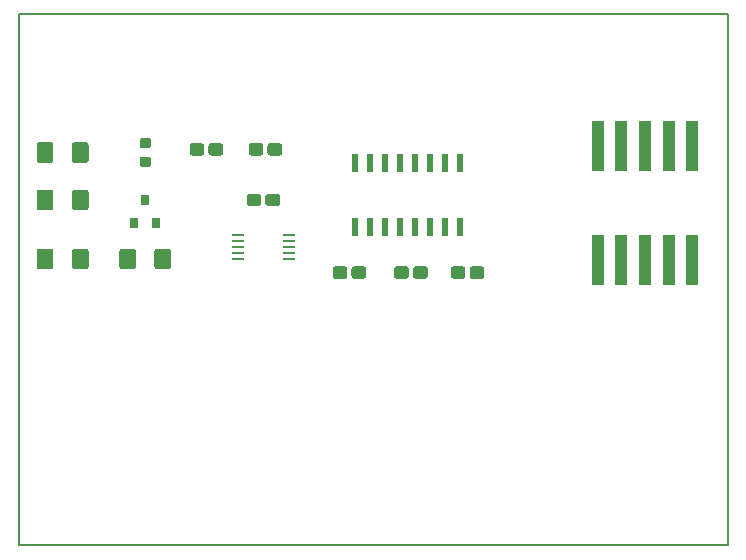
<source format=gbr>
G04 #@! TF.GenerationSoftware,KiCad,Pcbnew,(5.0.0)*
G04 #@! TF.CreationDate,2019-04-11T14:41:24-07:00*
G04 #@! TF.ProjectId,USP-Board,5553502D426F6172642E6B696361645F,rev?*
G04 #@! TF.SameCoordinates,Original*
G04 #@! TF.FileFunction,Paste,Top*
G04 #@! TF.FilePolarity,Positive*
%FSLAX46Y46*%
G04 Gerber Fmt 4.6, Leading zero omitted, Abs format (unit mm)*
G04 Created by KiCad (PCBNEW (5.0.0)) date 04/11/19 14:41:24*
%MOMM*%
%LPD*%
G01*
G04 APERTURE LIST*
%ADD10C,0.200000*%
%ADD11C,0.150000*%
%ADD12C,1.050000*%
%ADD13C,0.875000*%
%ADD14R,1.100000X4.200000*%
%ADD15R,0.800000X0.900000*%
%ADD16C,1.425000*%
%ADD17R,1.100000X0.250000*%
%ADD18R,0.600000X1.500000*%
G04 APERTURE END LIST*
D10*
X130000000Y-135000000D02*
X130000000Y-90000000D01*
X190000000Y-135000000D02*
X130000000Y-135000000D01*
X190000000Y-90000000D02*
X190000000Y-135000000D01*
X130000000Y-90000000D02*
X190000000Y-90000000D01*
D11*
G04 #@! TO.C,C1*
G36*
X150294148Y-105212963D02*
X150318416Y-105216563D01*
X150342215Y-105222524D01*
X150365314Y-105230789D01*
X150387493Y-105241279D01*
X150408536Y-105253891D01*
X150428242Y-105268506D01*
X150446420Y-105284982D01*
X150462896Y-105303160D01*
X150477511Y-105322866D01*
X150490123Y-105343909D01*
X150500613Y-105366088D01*
X150508878Y-105389187D01*
X150514839Y-105412986D01*
X150518439Y-105437254D01*
X150519643Y-105461758D01*
X150519643Y-106011760D01*
X150518439Y-106036264D01*
X150514839Y-106060532D01*
X150508878Y-106084331D01*
X150500613Y-106107430D01*
X150490123Y-106129609D01*
X150477511Y-106150652D01*
X150462896Y-106170358D01*
X150446420Y-106188536D01*
X150428242Y-106205012D01*
X150408536Y-106219627D01*
X150387493Y-106232239D01*
X150365314Y-106242729D01*
X150342215Y-106250994D01*
X150318416Y-106256955D01*
X150294148Y-106260555D01*
X150269644Y-106261759D01*
X149519642Y-106261759D01*
X149495138Y-106260555D01*
X149470870Y-106256955D01*
X149447071Y-106250994D01*
X149423972Y-106242729D01*
X149401793Y-106232239D01*
X149380750Y-106219627D01*
X149361044Y-106205012D01*
X149342866Y-106188536D01*
X149326390Y-106170358D01*
X149311775Y-106150652D01*
X149299163Y-106129609D01*
X149288673Y-106107430D01*
X149280408Y-106084331D01*
X149274447Y-106060532D01*
X149270847Y-106036264D01*
X149269643Y-106011760D01*
X149269643Y-105461758D01*
X149270847Y-105437254D01*
X149274447Y-105412986D01*
X149280408Y-105389187D01*
X149288673Y-105366088D01*
X149299163Y-105343909D01*
X149311775Y-105322866D01*
X149326390Y-105303160D01*
X149342866Y-105284982D01*
X149361044Y-105268506D01*
X149380750Y-105253891D01*
X149401793Y-105241279D01*
X149423972Y-105230789D01*
X149447071Y-105222524D01*
X149470870Y-105216563D01*
X149495138Y-105212963D01*
X149519642Y-105211759D01*
X150269644Y-105211759D01*
X150294148Y-105212963D01*
X150294148Y-105212963D01*
G37*
D12*
X149894643Y-105736759D03*
D11*
G36*
X151894148Y-105212963D02*
X151918416Y-105216563D01*
X151942215Y-105222524D01*
X151965314Y-105230789D01*
X151987493Y-105241279D01*
X152008536Y-105253891D01*
X152028242Y-105268506D01*
X152046420Y-105284982D01*
X152062896Y-105303160D01*
X152077511Y-105322866D01*
X152090123Y-105343909D01*
X152100613Y-105366088D01*
X152108878Y-105389187D01*
X152114839Y-105412986D01*
X152118439Y-105437254D01*
X152119643Y-105461758D01*
X152119643Y-106011760D01*
X152118439Y-106036264D01*
X152114839Y-106060532D01*
X152108878Y-106084331D01*
X152100613Y-106107430D01*
X152090123Y-106129609D01*
X152077511Y-106150652D01*
X152062896Y-106170358D01*
X152046420Y-106188536D01*
X152028242Y-106205012D01*
X152008536Y-106219627D01*
X151987493Y-106232239D01*
X151965314Y-106242729D01*
X151942215Y-106250994D01*
X151918416Y-106256955D01*
X151894148Y-106260555D01*
X151869644Y-106261759D01*
X151119642Y-106261759D01*
X151095138Y-106260555D01*
X151070870Y-106256955D01*
X151047071Y-106250994D01*
X151023972Y-106242729D01*
X151001793Y-106232239D01*
X150980750Y-106219627D01*
X150961044Y-106205012D01*
X150942866Y-106188536D01*
X150926390Y-106170358D01*
X150911775Y-106150652D01*
X150899163Y-106129609D01*
X150888673Y-106107430D01*
X150880408Y-106084331D01*
X150874447Y-106060532D01*
X150870847Y-106036264D01*
X150869643Y-106011760D01*
X150869643Y-105461758D01*
X150870847Y-105437254D01*
X150874447Y-105412986D01*
X150880408Y-105389187D01*
X150888673Y-105366088D01*
X150899163Y-105343909D01*
X150911775Y-105322866D01*
X150926390Y-105303160D01*
X150942866Y-105284982D01*
X150961044Y-105268506D01*
X150980750Y-105253891D01*
X151001793Y-105241279D01*
X151023972Y-105230789D01*
X151047071Y-105222524D01*
X151070870Y-105216563D01*
X151095138Y-105212963D01*
X151119642Y-105211759D01*
X151869644Y-105211759D01*
X151894148Y-105212963D01*
X151894148Y-105212963D01*
G37*
D12*
X151494643Y-105736759D03*
G04 #@! TD*
D11*
G04 #@! TO.C,C2*
G36*
X157576951Y-111367202D02*
X157601219Y-111370802D01*
X157625018Y-111376763D01*
X157648117Y-111385028D01*
X157670296Y-111395518D01*
X157691339Y-111408130D01*
X157711045Y-111422745D01*
X157729223Y-111439221D01*
X157745699Y-111457399D01*
X157760314Y-111477105D01*
X157772926Y-111498148D01*
X157783416Y-111520327D01*
X157791681Y-111543426D01*
X157797642Y-111567225D01*
X157801242Y-111591493D01*
X157802446Y-111615997D01*
X157802446Y-112165999D01*
X157801242Y-112190503D01*
X157797642Y-112214771D01*
X157791681Y-112238570D01*
X157783416Y-112261669D01*
X157772926Y-112283848D01*
X157760314Y-112304891D01*
X157745699Y-112324597D01*
X157729223Y-112342775D01*
X157711045Y-112359251D01*
X157691339Y-112373866D01*
X157670296Y-112386478D01*
X157648117Y-112396968D01*
X157625018Y-112405233D01*
X157601219Y-112411194D01*
X157576951Y-112414794D01*
X157552447Y-112415998D01*
X156802445Y-112415998D01*
X156777941Y-112414794D01*
X156753673Y-112411194D01*
X156729874Y-112405233D01*
X156706775Y-112396968D01*
X156684596Y-112386478D01*
X156663553Y-112373866D01*
X156643847Y-112359251D01*
X156625669Y-112342775D01*
X156609193Y-112324597D01*
X156594578Y-112304891D01*
X156581966Y-112283848D01*
X156571476Y-112261669D01*
X156563211Y-112238570D01*
X156557250Y-112214771D01*
X156553650Y-112190503D01*
X156552446Y-112165999D01*
X156552446Y-111615997D01*
X156553650Y-111591493D01*
X156557250Y-111567225D01*
X156563211Y-111543426D01*
X156571476Y-111520327D01*
X156581966Y-111498148D01*
X156594578Y-111477105D01*
X156609193Y-111457399D01*
X156625669Y-111439221D01*
X156643847Y-111422745D01*
X156663553Y-111408130D01*
X156684596Y-111395518D01*
X156706775Y-111385028D01*
X156729874Y-111376763D01*
X156753673Y-111370802D01*
X156777941Y-111367202D01*
X156802445Y-111365998D01*
X157552447Y-111365998D01*
X157576951Y-111367202D01*
X157576951Y-111367202D01*
G37*
D12*
X157177446Y-111890998D03*
D11*
G36*
X159176951Y-111367202D02*
X159201219Y-111370802D01*
X159225018Y-111376763D01*
X159248117Y-111385028D01*
X159270296Y-111395518D01*
X159291339Y-111408130D01*
X159311045Y-111422745D01*
X159329223Y-111439221D01*
X159345699Y-111457399D01*
X159360314Y-111477105D01*
X159372926Y-111498148D01*
X159383416Y-111520327D01*
X159391681Y-111543426D01*
X159397642Y-111567225D01*
X159401242Y-111591493D01*
X159402446Y-111615997D01*
X159402446Y-112165999D01*
X159401242Y-112190503D01*
X159397642Y-112214771D01*
X159391681Y-112238570D01*
X159383416Y-112261669D01*
X159372926Y-112283848D01*
X159360314Y-112304891D01*
X159345699Y-112324597D01*
X159329223Y-112342775D01*
X159311045Y-112359251D01*
X159291339Y-112373866D01*
X159270296Y-112386478D01*
X159248117Y-112396968D01*
X159225018Y-112405233D01*
X159201219Y-112411194D01*
X159176951Y-112414794D01*
X159152447Y-112415998D01*
X158402445Y-112415998D01*
X158377941Y-112414794D01*
X158353673Y-112411194D01*
X158329874Y-112405233D01*
X158306775Y-112396968D01*
X158284596Y-112386478D01*
X158263553Y-112373866D01*
X158243847Y-112359251D01*
X158225669Y-112342775D01*
X158209193Y-112324597D01*
X158194578Y-112304891D01*
X158181966Y-112283848D01*
X158171476Y-112261669D01*
X158163211Y-112238570D01*
X158157250Y-112214771D01*
X158153650Y-112190503D01*
X158152446Y-112165999D01*
X158152446Y-111615997D01*
X158153650Y-111591493D01*
X158157250Y-111567225D01*
X158163211Y-111543426D01*
X158171476Y-111520327D01*
X158181966Y-111498148D01*
X158194578Y-111477105D01*
X158209193Y-111457399D01*
X158225669Y-111439221D01*
X158243847Y-111422745D01*
X158263553Y-111408130D01*
X158284596Y-111395518D01*
X158306775Y-111385028D01*
X158329874Y-111376763D01*
X158353673Y-111370802D01*
X158377941Y-111367202D01*
X158402445Y-111365998D01*
X159152447Y-111365998D01*
X159176951Y-111367202D01*
X159176951Y-111367202D01*
G37*
D12*
X158777446Y-111890998D03*
G04 #@! TD*
D11*
G04 #@! TO.C,C3*
G36*
X150465343Y-100942267D02*
X150489611Y-100945867D01*
X150513410Y-100951828D01*
X150536509Y-100960093D01*
X150558688Y-100970583D01*
X150579731Y-100983195D01*
X150599437Y-100997810D01*
X150617615Y-101014286D01*
X150634091Y-101032464D01*
X150648706Y-101052170D01*
X150661318Y-101073213D01*
X150671808Y-101095392D01*
X150680073Y-101118491D01*
X150686034Y-101142290D01*
X150689634Y-101166558D01*
X150690838Y-101191062D01*
X150690838Y-101741064D01*
X150689634Y-101765568D01*
X150686034Y-101789836D01*
X150680073Y-101813635D01*
X150671808Y-101836734D01*
X150661318Y-101858913D01*
X150648706Y-101879956D01*
X150634091Y-101899662D01*
X150617615Y-101917840D01*
X150599437Y-101934316D01*
X150579731Y-101948931D01*
X150558688Y-101961543D01*
X150536509Y-101972033D01*
X150513410Y-101980298D01*
X150489611Y-101986259D01*
X150465343Y-101989859D01*
X150440839Y-101991063D01*
X149690837Y-101991063D01*
X149666333Y-101989859D01*
X149642065Y-101986259D01*
X149618266Y-101980298D01*
X149595167Y-101972033D01*
X149572988Y-101961543D01*
X149551945Y-101948931D01*
X149532239Y-101934316D01*
X149514061Y-101917840D01*
X149497585Y-101899662D01*
X149482970Y-101879956D01*
X149470358Y-101858913D01*
X149459868Y-101836734D01*
X149451603Y-101813635D01*
X149445642Y-101789836D01*
X149442042Y-101765568D01*
X149440838Y-101741064D01*
X149440838Y-101191062D01*
X149442042Y-101166558D01*
X149445642Y-101142290D01*
X149451603Y-101118491D01*
X149459868Y-101095392D01*
X149470358Y-101073213D01*
X149482970Y-101052170D01*
X149497585Y-101032464D01*
X149514061Y-101014286D01*
X149532239Y-100997810D01*
X149551945Y-100983195D01*
X149572988Y-100970583D01*
X149595167Y-100960093D01*
X149618266Y-100951828D01*
X149642065Y-100945867D01*
X149666333Y-100942267D01*
X149690837Y-100941063D01*
X150440839Y-100941063D01*
X150465343Y-100942267D01*
X150465343Y-100942267D01*
G37*
D12*
X150065838Y-101466063D03*
D11*
G36*
X152065343Y-100942267D02*
X152089611Y-100945867D01*
X152113410Y-100951828D01*
X152136509Y-100960093D01*
X152158688Y-100970583D01*
X152179731Y-100983195D01*
X152199437Y-100997810D01*
X152217615Y-101014286D01*
X152234091Y-101032464D01*
X152248706Y-101052170D01*
X152261318Y-101073213D01*
X152271808Y-101095392D01*
X152280073Y-101118491D01*
X152286034Y-101142290D01*
X152289634Y-101166558D01*
X152290838Y-101191062D01*
X152290838Y-101741064D01*
X152289634Y-101765568D01*
X152286034Y-101789836D01*
X152280073Y-101813635D01*
X152271808Y-101836734D01*
X152261318Y-101858913D01*
X152248706Y-101879956D01*
X152234091Y-101899662D01*
X152217615Y-101917840D01*
X152199437Y-101934316D01*
X152179731Y-101948931D01*
X152158688Y-101961543D01*
X152136509Y-101972033D01*
X152113410Y-101980298D01*
X152089611Y-101986259D01*
X152065343Y-101989859D01*
X152040839Y-101991063D01*
X151290837Y-101991063D01*
X151266333Y-101989859D01*
X151242065Y-101986259D01*
X151218266Y-101980298D01*
X151195167Y-101972033D01*
X151172988Y-101961543D01*
X151151945Y-101948931D01*
X151132239Y-101934316D01*
X151114061Y-101917840D01*
X151097585Y-101899662D01*
X151082970Y-101879956D01*
X151070358Y-101858913D01*
X151059868Y-101836734D01*
X151051603Y-101813635D01*
X151045642Y-101789836D01*
X151042042Y-101765568D01*
X151040838Y-101741064D01*
X151040838Y-101191062D01*
X151042042Y-101166558D01*
X151045642Y-101142290D01*
X151051603Y-101118491D01*
X151059868Y-101095392D01*
X151070358Y-101073213D01*
X151082970Y-101052170D01*
X151097585Y-101032464D01*
X151114061Y-101014286D01*
X151132239Y-100997810D01*
X151151945Y-100983195D01*
X151172988Y-100970583D01*
X151195167Y-100960093D01*
X151218266Y-100951828D01*
X151242065Y-100945867D01*
X151266333Y-100942267D01*
X151290837Y-100941063D01*
X152040839Y-100941063D01*
X152065343Y-100942267D01*
X152065343Y-100942267D01*
G37*
D12*
X151665838Y-101466063D03*
G04 #@! TD*
D11*
G04 #@! TO.C,C4*
G36*
X147065343Y-100942267D02*
X147089611Y-100945867D01*
X147113410Y-100951828D01*
X147136509Y-100960093D01*
X147158688Y-100970583D01*
X147179731Y-100983195D01*
X147199437Y-100997810D01*
X147217615Y-101014286D01*
X147234091Y-101032464D01*
X147248706Y-101052170D01*
X147261318Y-101073213D01*
X147271808Y-101095392D01*
X147280073Y-101118491D01*
X147286034Y-101142290D01*
X147289634Y-101166558D01*
X147290838Y-101191062D01*
X147290838Y-101741064D01*
X147289634Y-101765568D01*
X147286034Y-101789836D01*
X147280073Y-101813635D01*
X147271808Y-101836734D01*
X147261318Y-101858913D01*
X147248706Y-101879956D01*
X147234091Y-101899662D01*
X147217615Y-101917840D01*
X147199437Y-101934316D01*
X147179731Y-101948931D01*
X147158688Y-101961543D01*
X147136509Y-101972033D01*
X147113410Y-101980298D01*
X147089611Y-101986259D01*
X147065343Y-101989859D01*
X147040839Y-101991063D01*
X146290837Y-101991063D01*
X146266333Y-101989859D01*
X146242065Y-101986259D01*
X146218266Y-101980298D01*
X146195167Y-101972033D01*
X146172988Y-101961543D01*
X146151945Y-101948931D01*
X146132239Y-101934316D01*
X146114061Y-101917840D01*
X146097585Y-101899662D01*
X146082970Y-101879956D01*
X146070358Y-101858913D01*
X146059868Y-101836734D01*
X146051603Y-101813635D01*
X146045642Y-101789836D01*
X146042042Y-101765568D01*
X146040838Y-101741064D01*
X146040838Y-101191062D01*
X146042042Y-101166558D01*
X146045642Y-101142290D01*
X146051603Y-101118491D01*
X146059868Y-101095392D01*
X146070358Y-101073213D01*
X146082970Y-101052170D01*
X146097585Y-101032464D01*
X146114061Y-101014286D01*
X146132239Y-100997810D01*
X146151945Y-100983195D01*
X146172988Y-100970583D01*
X146195167Y-100960093D01*
X146218266Y-100951828D01*
X146242065Y-100945867D01*
X146266333Y-100942267D01*
X146290837Y-100941063D01*
X147040839Y-100941063D01*
X147065343Y-100942267D01*
X147065343Y-100942267D01*
G37*
D12*
X146665838Y-101466063D03*
D11*
G36*
X145465343Y-100942267D02*
X145489611Y-100945867D01*
X145513410Y-100951828D01*
X145536509Y-100960093D01*
X145558688Y-100970583D01*
X145579731Y-100983195D01*
X145599437Y-100997810D01*
X145617615Y-101014286D01*
X145634091Y-101032464D01*
X145648706Y-101052170D01*
X145661318Y-101073213D01*
X145671808Y-101095392D01*
X145680073Y-101118491D01*
X145686034Y-101142290D01*
X145689634Y-101166558D01*
X145690838Y-101191062D01*
X145690838Y-101741064D01*
X145689634Y-101765568D01*
X145686034Y-101789836D01*
X145680073Y-101813635D01*
X145671808Y-101836734D01*
X145661318Y-101858913D01*
X145648706Y-101879956D01*
X145634091Y-101899662D01*
X145617615Y-101917840D01*
X145599437Y-101934316D01*
X145579731Y-101948931D01*
X145558688Y-101961543D01*
X145536509Y-101972033D01*
X145513410Y-101980298D01*
X145489611Y-101986259D01*
X145465343Y-101989859D01*
X145440839Y-101991063D01*
X144690837Y-101991063D01*
X144666333Y-101989859D01*
X144642065Y-101986259D01*
X144618266Y-101980298D01*
X144595167Y-101972033D01*
X144572988Y-101961543D01*
X144551945Y-101948931D01*
X144532239Y-101934316D01*
X144514061Y-101917840D01*
X144497585Y-101899662D01*
X144482970Y-101879956D01*
X144470358Y-101858913D01*
X144459868Y-101836734D01*
X144451603Y-101813635D01*
X144445642Y-101789836D01*
X144442042Y-101765568D01*
X144440838Y-101741064D01*
X144440838Y-101191062D01*
X144442042Y-101166558D01*
X144445642Y-101142290D01*
X144451603Y-101118491D01*
X144459868Y-101095392D01*
X144470358Y-101073213D01*
X144482970Y-101052170D01*
X144497585Y-101032464D01*
X144514061Y-101014286D01*
X144532239Y-100997810D01*
X144551945Y-100983195D01*
X144572988Y-100970583D01*
X144595167Y-100960093D01*
X144618266Y-100951828D01*
X144642065Y-100945867D01*
X144666333Y-100942267D01*
X144690837Y-100941063D01*
X145440839Y-100941063D01*
X145465343Y-100942267D01*
X145465343Y-100942267D01*
G37*
D12*
X145065838Y-101466063D03*
G04 #@! TD*
D11*
G04 #@! TO.C,C5*
G36*
X162776951Y-111367202D02*
X162801219Y-111370802D01*
X162825018Y-111376763D01*
X162848117Y-111385028D01*
X162870296Y-111395518D01*
X162891339Y-111408130D01*
X162911045Y-111422745D01*
X162929223Y-111439221D01*
X162945699Y-111457399D01*
X162960314Y-111477105D01*
X162972926Y-111498148D01*
X162983416Y-111520327D01*
X162991681Y-111543426D01*
X162997642Y-111567225D01*
X163001242Y-111591493D01*
X163002446Y-111615997D01*
X163002446Y-112165999D01*
X163001242Y-112190503D01*
X162997642Y-112214771D01*
X162991681Y-112238570D01*
X162983416Y-112261669D01*
X162972926Y-112283848D01*
X162960314Y-112304891D01*
X162945699Y-112324597D01*
X162929223Y-112342775D01*
X162911045Y-112359251D01*
X162891339Y-112373866D01*
X162870296Y-112386478D01*
X162848117Y-112396968D01*
X162825018Y-112405233D01*
X162801219Y-112411194D01*
X162776951Y-112414794D01*
X162752447Y-112415998D01*
X162002445Y-112415998D01*
X161977941Y-112414794D01*
X161953673Y-112411194D01*
X161929874Y-112405233D01*
X161906775Y-112396968D01*
X161884596Y-112386478D01*
X161863553Y-112373866D01*
X161843847Y-112359251D01*
X161825669Y-112342775D01*
X161809193Y-112324597D01*
X161794578Y-112304891D01*
X161781966Y-112283848D01*
X161771476Y-112261669D01*
X161763211Y-112238570D01*
X161757250Y-112214771D01*
X161753650Y-112190503D01*
X161752446Y-112165999D01*
X161752446Y-111615997D01*
X161753650Y-111591493D01*
X161757250Y-111567225D01*
X161763211Y-111543426D01*
X161771476Y-111520327D01*
X161781966Y-111498148D01*
X161794578Y-111477105D01*
X161809193Y-111457399D01*
X161825669Y-111439221D01*
X161843847Y-111422745D01*
X161863553Y-111408130D01*
X161884596Y-111395518D01*
X161906775Y-111385028D01*
X161929874Y-111376763D01*
X161953673Y-111370802D01*
X161977941Y-111367202D01*
X162002445Y-111365998D01*
X162752447Y-111365998D01*
X162776951Y-111367202D01*
X162776951Y-111367202D01*
G37*
D12*
X162377446Y-111890998D03*
D11*
G36*
X164376951Y-111367202D02*
X164401219Y-111370802D01*
X164425018Y-111376763D01*
X164448117Y-111385028D01*
X164470296Y-111395518D01*
X164491339Y-111408130D01*
X164511045Y-111422745D01*
X164529223Y-111439221D01*
X164545699Y-111457399D01*
X164560314Y-111477105D01*
X164572926Y-111498148D01*
X164583416Y-111520327D01*
X164591681Y-111543426D01*
X164597642Y-111567225D01*
X164601242Y-111591493D01*
X164602446Y-111615997D01*
X164602446Y-112165999D01*
X164601242Y-112190503D01*
X164597642Y-112214771D01*
X164591681Y-112238570D01*
X164583416Y-112261669D01*
X164572926Y-112283848D01*
X164560314Y-112304891D01*
X164545699Y-112324597D01*
X164529223Y-112342775D01*
X164511045Y-112359251D01*
X164491339Y-112373866D01*
X164470296Y-112386478D01*
X164448117Y-112396968D01*
X164425018Y-112405233D01*
X164401219Y-112411194D01*
X164376951Y-112414794D01*
X164352447Y-112415998D01*
X163602445Y-112415998D01*
X163577941Y-112414794D01*
X163553673Y-112411194D01*
X163529874Y-112405233D01*
X163506775Y-112396968D01*
X163484596Y-112386478D01*
X163463553Y-112373866D01*
X163443847Y-112359251D01*
X163425669Y-112342775D01*
X163409193Y-112324597D01*
X163394578Y-112304891D01*
X163381966Y-112283848D01*
X163371476Y-112261669D01*
X163363211Y-112238570D01*
X163357250Y-112214771D01*
X163353650Y-112190503D01*
X163352446Y-112165999D01*
X163352446Y-111615997D01*
X163353650Y-111591493D01*
X163357250Y-111567225D01*
X163363211Y-111543426D01*
X163371476Y-111520327D01*
X163381966Y-111498148D01*
X163394578Y-111477105D01*
X163409193Y-111457399D01*
X163425669Y-111439221D01*
X163443847Y-111422745D01*
X163463553Y-111408130D01*
X163484596Y-111395518D01*
X163506775Y-111385028D01*
X163529874Y-111376763D01*
X163553673Y-111370802D01*
X163577941Y-111367202D01*
X163602445Y-111365998D01*
X164352447Y-111365998D01*
X164376951Y-111367202D01*
X164376951Y-111367202D01*
G37*
D12*
X163977446Y-111890998D03*
G04 #@! TD*
D11*
G04 #@! TO.C,C6*
G36*
X169176951Y-111367202D02*
X169201219Y-111370802D01*
X169225018Y-111376763D01*
X169248117Y-111385028D01*
X169270296Y-111395518D01*
X169291339Y-111408130D01*
X169311045Y-111422745D01*
X169329223Y-111439221D01*
X169345699Y-111457399D01*
X169360314Y-111477105D01*
X169372926Y-111498148D01*
X169383416Y-111520327D01*
X169391681Y-111543426D01*
X169397642Y-111567225D01*
X169401242Y-111591493D01*
X169402446Y-111615997D01*
X169402446Y-112165999D01*
X169401242Y-112190503D01*
X169397642Y-112214771D01*
X169391681Y-112238570D01*
X169383416Y-112261669D01*
X169372926Y-112283848D01*
X169360314Y-112304891D01*
X169345699Y-112324597D01*
X169329223Y-112342775D01*
X169311045Y-112359251D01*
X169291339Y-112373866D01*
X169270296Y-112386478D01*
X169248117Y-112396968D01*
X169225018Y-112405233D01*
X169201219Y-112411194D01*
X169176951Y-112414794D01*
X169152447Y-112415998D01*
X168402445Y-112415998D01*
X168377941Y-112414794D01*
X168353673Y-112411194D01*
X168329874Y-112405233D01*
X168306775Y-112396968D01*
X168284596Y-112386478D01*
X168263553Y-112373866D01*
X168243847Y-112359251D01*
X168225669Y-112342775D01*
X168209193Y-112324597D01*
X168194578Y-112304891D01*
X168181966Y-112283848D01*
X168171476Y-112261669D01*
X168163211Y-112238570D01*
X168157250Y-112214771D01*
X168153650Y-112190503D01*
X168152446Y-112165999D01*
X168152446Y-111615997D01*
X168153650Y-111591493D01*
X168157250Y-111567225D01*
X168163211Y-111543426D01*
X168171476Y-111520327D01*
X168181966Y-111498148D01*
X168194578Y-111477105D01*
X168209193Y-111457399D01*
X168225669Y-111439221D01*
X168243847Y-111422745D01*
X168263553Y-111408130D01*
X168284596Y-111395518D01*
X168306775Y-111385028D01*
X168329874Y-111376763D01*
X168353673Y-111370802D01*
X168377941Y-111367202D01*
X168402445Y-111365998D01*
X169152447Y-111365998D01*
X169176951Y-111367202D01*
X169176951Y-111367202D01*
G37*
D12*
X168777446Y-111890998D03*
D11*
G36*
X167576951Y-111367202D02*
X167601219Y-111370802D01*
X167625018Y-111376763D01*
X167648117Y-111385028D01*
X167670296Y-111395518D01*
X167691339Y-111408130D01*
X167711045Y-111422745D01*
X167729223Y-111439221D01*
X167745699Y-111457399D01*
X167760314Y-111477105D01*
X167772926Y-111498148D01*
X167783416Y-111520327D01*
X167791681Y-111543426D01*
X167797642Y-111567225D01*
X167801242Y-111591493D01*
X167802446Y-111615997D01*
X167802446Y-112165999D01*
X167801242Y-112190503D01*
X167797642Y-112214771D01*
X167791681Y-112238570D01*
X167783416Y-112261669D01*
X167772926Y-112283848D01*
X167760314Y-112304891D01*
X167745699Y-112324597D01*
X167729223Y-112342775D01*
X167711045Y-112359251D01*
X167691339Y-112373866D01*
X167670296Y-112386478D01*
X167648117Y-112396968D01*
X167625018Y-112405233D01*
X167601219Y-112411194D01*
X167576951Y-112414794D01*
X167552447Y-112415998D01*
X166802445Y-112415998D01*
X166777941Y-112414794D01*
X166753673Y-112411194D01*
X166729874Y-112405233D01*
X166706775Y-112396968D01*
X166684596Y-112386478D01*
X166663553Y-112373866D01*
X166643847Y-112359251D01*
X166625669Y-112342775D01*
X166609193Y-112324597D01*
X166594578Y-112304891D01*
X166581966Y-112283848D01*
X166571476Y-112261669D01*
X166563211Y-112238570D01*
X166557250Y-112214771D01*
X166553650Y-112190503D01*
X166552446Y-112165999D01*
X166552446Y-111615997D01*
X166553650Y-111591493D01*
X166557250Y-111567225D01*
X166563211Y-111543426D01*
X166571476Y-111520327D01*
X166581966Y-111498148D01*
X166594578Y-111477105D01*
X166609193Y-111457399D01*
X166625669Y-111439221D01*
X166643847Y-111422745D01*
X166663553Y-111408130D01*
X166684596Y-111395518D01*
X166706775Y-111385028D01*
X166729874Y-111376763D01*
X166753673Y-111370802D01*
X166777941Y-111367202D01*
X166802445Y-111365998D01*
X167552447Y-111365998D01*
X167576951Y-111367202D01*
X167576951Y-111367202D01*
G37*
D12*
X167177446Y-111890998D03*
G04 #@! TD*
D11*
G04 #@! TO.C,D1*
G36*
X140972334Y-102087812D02*
X140993569Y-102090962D01*
X141014393Y-102096178D01*
X141034605Y-102103410D01*
X141054011Y-102112589D01*
X141072424Y-102123625D01*
X141089667Y-102136413D01*
X141105573Y-102150829D01*
X141119989Y-102166735D01*
X141132777Y-102183978D01*
X141143813Y-102202391D01*
X141152992Y-102221797D01*
X141160224Y-102242009D01*
X141165440Y-102262833D01*
X141168590Y-102284068D01*
X141169643Y-102305509D01*
X141169643Y-102743009D01*
X141168590Y-102764450D01*
X141165440Y-102785685D01*
X141160224Y-102806509D01*
X141152992Y-102826721D01*
X141143813Y-102846127D01*
X141132777Y-102864540D01*
X141119989Y-102881783D01*
X141105573Y-102897689D01*
X141089667Y-102912105D01*
X141072424Y-102924893D01*
X141054011Y-102935929D01*
X141034605Y-102945108D01*
X141014393Y-102952340D01*
X140993569Y-102957556D01*
X140972334Y-102960706D01*
X140950893Y-102961759D01*
X140438393Y-102961759D01*
X140416952Y-102960706D01*
X140395717Y-102957556D01*
X140374893Y-102952340D01*
X140354681Y-102945108D01*
X140335275Y-102935929D01*
X140316862Y-102924893D01*
X140299619Y-102912105D01*
X140283713Y-102897689D01*
X140269297Y-102881783D01*
X140256509Y-102864540D01*
X140245473Y-102846127D01*
X140236294Y-102826721D01*
X140229062Y-102806509D01*
X140223846Y-102785685D01*
X140220696Y-102764450D01*
X140219643Y-102743009D01*
X140219643Y-102305509D01*
X140220696Y-102284068D01*
X140223846Y-102262833D01*
X140229062Y-102242009D01*
X140236294Y-102221797D01*
X140245473Y-102202391D01*
X140256509Y-102183978D01*
X140269297Y-102166735D01*
X140283713Y-102150829D01*
X140299619Y-102136413D01*
X140316862Y-102123625D01*
X140335275Y-102112589D01*
X140354681Y-102103410D01*
X140374893Y-102096178D01*
X140395717Y-102090962D01*
X140416952Y-102087812D01*
X140438393Y-102086759D01*
X140950893Y-102086759D01*
X140972334Y-102087812D01*
X140972334Y-102087812D01*
G37*
D13*
X140694643Y-102524259D03*
D11*
G36*
X140972334Y-100512812D02*
X140993569Y-100515962D01*
X141014393Y-100521178D01*
X141034605Y-100528410D01*
X141054011Y-100537589D01*
X141072424Y-100548625D01*
X141089667Y-100561413D01*
X141105573Y-100575829D01*
X141119989Y-100591735D01*
X141132777Y-100608978D01*
X141143813Y-100627391D01*
X141152992Y-100646797D01*
X141160224Y-100667009D01*
X141165440Y-100687833D01*
X141168590Y-100709068D01*
X141169643Y-100730509D01*
X141169643Y-101168009D01*
X141168590Y-101189450D01*
X141165440Y-101210685D01*
X141160224Y-101231509D01*
X141152992Y-101251721D01*
X141143813Y-101271127D01*
X141132777Y-101289540D01*
X141119989Y-101306783D01*
X141105573Y-101322689D01*
X141089667Y-101337105D01*
X141072424Y-101349893D01*
X141054011Y-101360929D01*
X141034605Y-101370108D01*
X141014393Y-101377340D01*
X140993569Y-101382556D01*
X140972334Y-101385706D01*
X140950893Y-101386759D01*
X140438393Y-101386759D01*
X140416952Y-101385706D01*
X140395717Y-101382556D01*
X140374893Y-101377340D01*
X140354681Y-101370108D01*
X140335275Y-101360929D01*
X140316862Y-101349893D01*
X140299619Y-101337105D01*
X140283713Y-101322689D01*
X140269297Y-101306783D01*
X140256509Y-101289540D01*
X140245473Y-101271127D01*
X140236294Y-101251721D01*
X140229062Y-101231509D01*
X140223846Y-101210685D01*
X140220696Y-101189450D01*
X140219643Y-101168009D01*
X140219643Y-100730509D01*
X140220696Y-100709068D01*
X140223846Y-100687833D01*
X140229062Y-100667009D01*
X140236294Y-100646797D01*
X140245473Y-100627391D01*
X140256509Y-100608978D01*
X140269297Y-100591735D01*
X140283713Y-100575829D01*
X140299619Y-100561413D01*
X140316862Y-100548625D01*
X140335275Y-100537589D01*
X140354681Y-100528410D01*
X140374893Y-100521178D01*
X140395717Y-100515962D01*
X140416952Y-100512812D01*
X140438393Y-100511759D01*
X140950893Y-100511759D01*
X140972334Y-100512812D01*
X140972334Y-100512812D01*
G37*
D13*
X140694643Y-100949259D03*
G04 #@! TD*
D14*
G04 #@! TO.C,J5*
X179000000Y-110850000D03*
X179000000Y-101150000D03*
X181000000Y-110850000D03*
X181000000Y-101150000D03*
X183000000Y-110850000D03*
X183000000Y-101150000D03*
X185000000Y-110850000D03*
X185000000Y-101150000D03*
X187000000Y-110850000D03*
X187000000Y-101150000D03*
G04 #@! TD*
D15*
G04 #@! TO.C,Q1*
X139744643Y-107736759D03*
X141644643Y-107736759D03*
X140694643Y-105736759D03*
G04 #@! TD*
D11*
G04 #@! TO.C,R1*
G36*
X132694147Y-109862963D02*
X132718416Y-109866563D01*
X132742214Y-109872524D01*
X132765314Y-109880789D01*
X132787492Y-109891279D01*
X132808536Y-109903892D01*
X132828241Y-109918506D01*
X132846420Y-109934982D01*
X132862896Y-109953161D01*
X132877510Y-109972866D01*
X132890123Y-109993910D01*
X132900613Y-110016088D01*
X132908878Y-110039188D01*
X132914839Y-110062986D01*
X132918439Y-110087255D01*
X132919643Y-110111759D01*
X132919643Y-111361759D01*
X132918439Y-111386263D01*
X132914839Y-111410532D01*
X132908878Y-111434330D01*
X132900613Y-111457430D01*
X132890123Y-111479608D01*
X132877510Y-111500652D01*
X132862896Y-111520357D01*
X132846420Y-111538536D01*
X132828241Y-111555012D01*
X132808536Y-111569626D01*
X132787492Y-111582239D01*
X132765314Y-111592729D01*
X132742214Y-111600994D01*
X132718416Y-111606955D01*
X132694147Y-111610555D01*
X132669643Y-111611759D01*
X131744643Y-111611759D01*
X131720139Y-111610555D01*
X131695870Y-111606955D01*
X131672072Y-111600994D01*
X131648972Y-111592729D01*
X131626794Y-111582239D01*
X131605750Y-111569626D01*
X131586045Y-111555012D01*
X131567866Y-111538536D01*
X131551390Y-111520357D01*
X131536776Y-111500652D01*
X131524163Y-111479608D01*
X131513673Y-111457430D01*
X131505408Y-111434330D01*
X131499447Y-111410532D01*
X131495847Y-111386263D01*
X131494643Y-111361759D01*
X131494643Y-110111759D01*
X131495847Y-110087255D01*
X131499447Y-110062986D01*
X131505408Y-110039188D01*
X131513673Y-110016088D01*
X131524163Y-109993910D01*
X131536776Y-109972866D01*
X131551390Y-109953161D01*
X131567866Y-109934982D01*
X131586045Y-109918506D01*
X131605750Y-109903892D01*
X131626794Y-109891279D01*
X131648972Y-109880789D01*
X131672072Y-109872524D01*
X131695870Y-109866563D01*
X131720139Y-109862963D01*
X131744643Y-109861759D01*
X132669643Y-109861759D01*
X132694147Y-109862963D01*
X132694147Y-109862963D01*
G37*
D16*
X132207143Y-110736759D03*
D11*
G36*
X135669147Y-109862963D02*
X135693416Y-109866563D01*
X135717214Y-109872524D01*
X135740314Y-109880789D01*
X135762492Y-109891279D01*
X135783536Y-109903892D01*
X135803241Y-109918506D01*
X135821420Y-109934982D01*
X135837896Y-109953161D01*
X135852510Y-109972866D01*
X135865123Y-109993910D01*
X135875613Y-110016088D01*
X135883878Y-110039188D01*
X135889839Y-110062986D01*
X135893439Y-110087255D01*
X135894643Y-110111759D01*
X135894643Y-111361759D01*
X135893439Y-111386263D01*
X135889839Y-111410532D01*
X135883878Y-111434330D01*
X135875613Y-111457430D01*
X135865123Y-111479608D01*
X135852510Y-111500652D01*
X135837896Y-111520357D01*
X135821420Y-111538536D01*
X135803241Y-111555012D01*
X135783536Y-111569626D01*
X135762492Y-111582239D01*
X135740314Y-111592729D01*
X135717214Y-111600994D01*
X135693416Y-111606955D01*
X135669147Y-111610555D01*
X135644643Y-111611759D01*
X134719643Y-111611759D01*
X134695139Y-111610555D01*
X134670870Y-111606955D01*
X134647072Y-111600994D01*
X134623972Y-111592729D01*
X134601794Y-111582239D01*
X134580750Y-111569626D01*
X134561045Y-111555012D01*
X134542866Y-111538536D01*
X134526390Y-111520357D01*
X134511776Y-111500652D01*
X134499163Y-111479608D01*
X134488673Y-111457430D01*
X134480408Y-111434330D01*
X134474447Y-111410532D01*
X134470847Y-111386263D01*
X134469643Y-111361759D01*
X134469643Y-110111759D01*
X134470847Y-110087255D01*
X134474447Y-110062986D01*
X134480408Y-110039188D01*
X134488673Y-110016088D01*
X134499163Y-109993910D01*
X134511776Y-109972866D01*
X134526390Y-109953161D01*
X134542866Y-109934982D01*
X134561045Y-109918506D01*
X134580750Y-109903892D01*
X134601794Y-109891279D01*
X134623972Y-109880789D01*
X134647072Y-109872524D01*
X134670870Y-109866563D01*
X134695139Y-109862963D01*
X134719643Y-109861759D01*
X135644643Y-109861759D01*
X135669147Y-109862963D01*
X135669147Y-109862963D01*
G37*
D16*
X135182143Y-110736759D03*
G04 #@! TD*
D11*
G04 #@! TO.C,R2*
G36*
X139694147Y-109862963D02*
X139718416Y-109866563D01*
X139742214Y-109872524D01*
X139765314Y-109880789D01*
X139787492Y-109891279D01*
X139808536Y-109903892D01*
X139828241Y-109918506D01*
X139846420Y-109934982D01*
X139862896Y-109953161D01*
X139877510Y-109972866D01*
X139890123Y-109993910D01*
X139900613Y-110016088D01*
X139908878Y-110039188D01*
X139914839Y-110062986D01*
X139918439Y-110087255D01*
X139919643Y-110111759D01*
X139919643Y-111361759D01*
X139918439Y-111386263D01*
X139914839Y-111410532D01*
X139908878Y-111434330D01*
X139900613Y-111457430D01*
X139890123Y-111479608D01*
X139877510Y-111500652D01*
X139862896Y-111520357D01*
X139846420Y-111538536D01*
X139828241Y-111555012D01*
X139808536Y-111569626D01*
X139787492Y-111582239D01*
X139765314Y-111592729D01*
X139742214Y-111600994D01*
X139718416Y-111606955D01*
X139694147Y-111610555D01*
X139669643Y-111611759D01*
X138744643Y-111611759D01*
X138720139Y-111610555D01*
X138695870Y-111606955D01*
X138672072Y-111600994D01*
X138648972Y-111592729D01*
X138626794Y-111582239D01*
X138605750Y-111569626D01*
X138586045Y-111555012D01*
X138567866Y-111538536D01*
X138551390Y-111520357D01*
X138536776Y-111500652D01*
X138524163Y-111479608D01*
X138513673Y-111457430D01*
X138505408Y-111434330D01*
X138499447Y-111410532D01*
X138495847Y-111386263D01*
X138494643Y-111361759D01*
X138494643Y-110111759D01*
X138495847Y-110087255D01*
X138499447Y-110062986D01*
X138505408Y-110039188D01*
X138513673Y-110016088D01*
X138524163Y-109993910D01*
X138536776Y-109972866D01*
X138551390Y-109953161D01*
X138567866Y-109934982D01*
X138586045Y-109918506D01*
X138605750Y-109903892D01*
X138626794Y-109891279D01*
X138648972Y-109880789D01*
X138672072Y-109872524D01*
X138695870Y-109866563D01*
X138720139Y-109862963D01*
X138744643Y-109861759D01*
X139669643Y-109861759D01*
X139694147Y-109862963D01*
X139694147Y-109862963D01*
G37*
D16*
X139207143Y-110736759D03*
D11*
G36*
X142669147Y-109862963D02*
X142693416Y-109866563D01*
X142717214Y-109872524D01*
X142740314Y-109880789D01*
X142762492Y-109891279D01*
X142783536Y-109903892D01*
X142803241Y-109918506D01*
X142821420Y-109934982D01*
X142837896Y-109953161D01*
X142852510Y-109972866D01*
X142865123Y-109993910D01*
X142875613Y-110016088D01*
X142883878Y-110039188D01*
X142889839Y-110062986D01*
X142893439Y-110087255D01*
X142894643Y-110111759D01*
X142894643Y-111361759D01*
X142893439Y-111386263D01*
X142889839Y-111410532D01*
X142883878Y-111434330D01*
X142875613Y-111457430D01*
X142865123Y-111479608D01*
X142852510Y-111500652D01*
X142837896Y-111520357D01*
X142821420Y-111538536D01*
X142803241Y-111555012D01*
X142783536Y-111569626D01*
X142762492Y-111582239D01*
X142740314Y-111592729D01*
X142717214Y-111600994D01*
X142693416Y-111606955D01*
X142669147Y-111610555D01*
X142644643Y-111611759D01*
X141719643Y-111611759D01*
X141695139Y-111610555D01*
X141670870Y-111606955D01*
X141647072Y-111600994D01*
X141623972Y-111592729D01*
X141601794Y-111582239D01*
X141580750Y-111569626D01*
X141561045Y-111555012D01*
X141542866Y-111538536D01*
X141526390Y-111520357D01*
X141511776Y-111500652D01*
X141499163Y-111479608D01*
X141488673Y-111457430D01*
X141480408Y-111434330D01*
X141474447Y-111410532D01*
X141470847Y-111386263D01*
X141469643Y-111361759D01*
X141469643Y-110111759D01*
X141470847Y-110087255D01*
X141474447Y-110062986D01*
X141480408Y-110039188D01*
X141488673Y-110016088D01*
X141499163Y-109993910D01*
X141511776Y-109972866D01*
X141526390Y-109953161D01*
X141542866Y-109934982D01*
X141561045Y-109918506D01*
X141580750Y-109903892D01*
X141601794Y-109891279D01*
X141623972Y-109880789D01*
X141647072Y-109872524D01*
X141670870Y-109866563D01*
X141695139Y-109862963D01*
X141719643Y-109861759D01*
X142644643Y-109861759D01*
X142669147Y-109862963D01*
X142669147Y-109862963D01*
G37*
D16*
X142182143Y-110736759D03*
G04 #@! TD*
D11*
G04 #@! TO.C,R3*
G36*
X132694147Y-104862963D02*
X132718416Y-104866563D01*
X132742214Y-104872524D01*
X132765314Y-104880789D01*
X132787492Y-104891279D01*
X132808536Y-104903892D01*
X132828241Y-104918506D01*
X132846420Y-104934982D01*
X132862896Y-104953161D01*
X132877510Y-104972866D01*
X132890123Y-104993910D01*
X132900613Y-105016088D01*
X132908878Y-105039188D01*
X132914839Y-105062986D01*
X132918439Y-105087255D01*
X132919643Y-105111759D01*
X132919643Y-106361759D01*
X132918439Y-106386263D01*
X132914839Y-106410532D01*
X132908878Y-106434330D01*
X132900613Y-106457430D01*
X132890123Y-106479608D01*
X132877510Y-106500652D01*
X132862896Y-106520357D01*
X132846420Y-106538536D01*
X132828241Y-106555012D01*
X132808536Y-106569626D01*
X132787492Y-106582239D01*
X132765314Y-106592729D01*
X132742214Y-106600994D01*
X132718416Y-106606955D01*
X132694147Y-106610555D01*
X132669643Y-106611759D01*
X131744643Y-106611759D01*
X131720139Y-106610555D01*
X131695870Y-106606955D01*
X131672072Y-106600994D01*
X131648972Y-106592729D01*
X131626794Y-106582239D01*
X131605750Y-106569626D01*
X131586045Y-106555012D01*
X131567866Y-106538536D01*
X131551390Y-106520357D01*
X131536776Y-106500652D01*
X131524163Y-106479608D01*
X131513673Y-106457430D01*
X131505408Y-106434330D01*
X131499447Y-106410532D01*
X131495847Y-106386263D01*
X131494643Y-106361759D01*
X131494643Y-105111759D01*
X131495847Y-105087255D01*
X131499447Y-105062986D01*
X131505408Y-105039188D01*
X131513673Y-105016088D01*
X131524163Y-104993910D01*
X131536776Y-104972866D01*
X131551390Y-104953161D01*
X131567866Y-104934982D01*
X131586045Y-104918506D01*
X131605750Y-104903892D01*
X131626794Y-104891279D01*
X131648972Y-104880789D01*
X131672072Y-104872524D01*
X131695870Y-104866563D01*
X131720139Y-104862963D01*
X131744643Y-104861759D01*
X132669643Y-104861759D01*
X132694147Y-104862963D01*
X132694147Y-104862963D01*
G37*
D16*
X132207143Y-105736759D03*
D11*
G36*
X135669147Y-104862963D02*
X135693416Y-104866563D01*
X135717214Y-104872524D01*
X135740314Y-104880789D01*
X135762492Y-104891279D01*
X135783536Y-104903892D01*
X135803241Y-104918506D01*
X135821420Y-104934982D01*
X135837896Y-104953161D01*
X135852510Y-104972866D01*
X135865123Y-104993910D01*
X135875613Y-105016088D01*
X135883878Y-105039188D01*
X135889839Y-105062986D01*
X135893439Y-105087255D01*
X135894643Y-105111759D01*
X135894643Y-106361759D01*
X135893439Y-106386263D01*
X135889839Y-106410532D01*
X135883878Y-106434330D01*
X135875613Y-106457430D01*
X135865123Y-106479608D01*
X135852510Y-106500652D01*
X135837896Y-106520357D01*
X135821420Y-106538536D01*
X135803241Y-106555012D01*
X135783536Y-106569626D01*
X135762492Y-106582239D01*
X135740314Y-106592729D01*
X135717214Y-106600994D01*
X135693416Y-106606955D01*
X135669147Y-106610555D01*
X135644643Y-106611759D01*
X134719643Y-106611759D01*
X134695139Y-106610555D01*
X134670870Y-106606955D01*
X134647072Y-106600994D01*
X134623972Y-106592729D01*
X134601794Y-106582239D01*
X134580750Y-106569626D01*
X134561045Y-106555012D01*
X134542866Y-106538536D01*
X134526390Y-106520357D01*
X134511776Y-106500652D01*
X134499163Y-106479608D01*
X134488673Y-106457430D01*
X134480408Y-106434330D01*
X134474447Y-106410532D01*
X134470847Y-106386263D01*
X134469643Y-106361759D01*
X134469643Y-105111759D01*
X134470847Y-105087255D01*
X134474447Y-105062986D01*
X134480408Y-105039188D01*
X134488673Y-105016088D01*
X134499163Y-104993910D01*
X134511776Y-104972866D01*
X134526390Y-104953161D01*
X134542866Y-104934982D01*
X134561045Y-104918506D01*
X134580750Y-104903892D01*
X134601794Y-104891279D01*
X134623972Y-104880789D01*
X134647072Y-104872524D01*
X134670870Y-104866563D01*
X134695139Y-104862963D01*
X134719643Y-104861759D01*
X135644643Y-104861759D01*
X135669147Y-104862963D01*
X135669147Y-104862963D01*
G37*
D16*
X135182143Y-105736759D03*
G04 #@! TD*
D11*
G04 #@! TO.C,R4*
G36*
X132694147Y-100862963D02*
X132718416Y-100866563D01*
X132742214Y-100872524D01*
X132765314Y-100880789D01*
X132787492Y-100891279D01*
X132808536Y-100903892D01*
X132828241Y-100918506D01*
X132846420Y-100934982D01*
X132862896Y-100953161D01*
X132877510Y-100972866D01*
X132890123Y-100993910D01*
X132900613Y-101016088D01*
X132908878Y-101039188D01*
X132914839Y-101062986D01*
X132918439Y-101087255D01*
X132919643Y-101111759D01*
X132919643Y-102361759D01*
X132918439Y-102386263D01*
X132914839Y-102410532D01*
X132908878Y-102434330D01*
X132900613Y-102457430D01*
X132890123Y-102479608D01*
X132877510Y-102500652D01*
X132862896Y-102520357D01*
X132846420Y-102538536D01*
X132828241Y-102555012D01*
X132808536Y-102569626D01*
X132787492Y-102582239D01*
X132765314Y-102592729D01*
X132742214Y-102600994D01*
X132718416Y-102606955D01*
X132694147Y-102610555D01*
X132669643Y-102611759D01*
X131744643Y-102611759D01*
X131720139Y-102610555D01*
X131695870Y-102606955D01*
X131672072Y-102600994D01*
X131648972Y-102592729D01*
X131626794Y-102582239D01*
X131605750Y-102569626D01*
X131586045Y-102555012D01*
X131567866Y-102538536D01*
X131551390Y-102520357D01*
X131536776Y-102500652D01*
X131524163Y-102479608D01*
X131513673Y-102457430D01*
X131505408Y-102434330D01*
X131499447Y-102410532D01*
X131495847Y-102386263D01*
X131494643Y-102361759D01*
X131494643Y-101111759D01*
X131495847Y-101087255D01*
X131499447Y-101062986D01*
X131505408Y-101039188D01*
X131513673Y-101016088D01*
X131524163Y-100993910D01*
X131536776Y-100972866D01*
X131551390Y-100953161D01*
X131567866Y-100934982D01*
X131586045Y-100918506D01*
X131605750Y-100903892D01*
X131626794Y-100891279D01*
X131648972Y-100880789D01*
X131672072Y-100872524D01*
X131695870Y-100866563D01*
X131720139Y-100862963D01*
X131744643Y-100861759D01*
X132669643Y-100861759D01*
X132694147Y-100862963D01*
X132694147Y-100862963D01*
G37*
D16*
X132207143Y-101736759D03*
D11*
G36*
X135669147Y-100862963D02*
X135693416Y-100866563D01*
X135717214Y-100872524D01*
X135740314Y-100880789D01*
X135762492Y-100891279D01*
X135783536Y-100903892D01*
X135803241Y-100918506D01*
X135821420Y-100934982D01*
X135837896Y-100953161D01*
X135852510Y-100972866D01*
X135865123Y-100993910D01*
X135875613Y-101016088D01*
X135883878Y-101039188D01*
X135889839Y-101062986D01*
X135893439Y-101087255D01*
X135894643Y-101111759D01*
X135894643Y-102361759D01*
X135893439Y-102386263D01*
X135889839Y-102410532D01*
X135883878Y-102434330D01*
X135875613Y-102457430D01*
X135865123Y-102479608D01*
X135852510Y-102500652D01*
X135837896Y-102520357D01*
X135821420Y-102538536D01*
X135803241Y-102555012D01*
X135783536Y-102569626D01*
X135762492Y-102582239D01*
X135740314Y-102592729D01*
X135717214Y-102600994D01*
X135693416Y-102606955D01*
X135669147Y-102610555D01*
X135644643Y-102611759D01*
X134719643Y-102611759D01*
X134695139Y-102610555D01*
X134670870Y-102606955D01*
X134647072Y-102600994D01*
X134623972Y-102592729D01*
X134601794Y-102582239D01*
X134580750Y-102569626D01*
X134561045Y-102555012D01*
X134542866Y-102538536D01*
X134526390Y-102520357D01*
X134511776Y-102500652D01*
X134499163Y-102479608D01*
X134488673Y-102457430D01*
X134480408Y-102434330D01*
X134474447Y-102410532D01*
X134470847Y-102386263D01*
X134469643Y-102361759D01*
X134469643Y-101111759D01*
X134470847Y-101087255D01*
X134474447Y-101062986D01*
X134480408Y-101039188D01*
X134488673Y-101016088D01*
X134499163Y-100993910D01*
X134511776Y-100972866D01*
X134526390Y-100953161D01*
X134542866Y-100934982D01*
X134561045Y-100918506D01*
X134580750Y-100903892D01*
X134601794Y-100891279D01*
X134623972Y-100880789D01*
X134647072Y-100872524D01*
X134670870Y-100866563D01*
X134695139Y-100862963D01*
X134719643Y-100861759D01*
X135644643Y-100861759D01*
X135669147Y-100862963D01*
X135669147Y-100862963D01*
G37*
D16*
X135182143Y-101736759D03*
G04 #@! TD*
D17*
G04 #@! TO.C,U1*
X152844643Y-110736759D03*
X152844643Y-110236759D03*
X152844643Y-109736759D03*
X152844643Y-109236759D03*
X152844643Y-108736759D03*
X148544643Y-108736759D03*
X148544643Y-109236759D03*
X148544643Y-109736759D03*
X148544643Y-110236759D03*
X148544643Y-110736759D03*
G04 #@! TD*
D18*
G04 #@! TO.C,U2*
X158455000Y-108000000D03*
X159725000Y-108000000D03*
X160995000Y-108000000D03*
X162265000Y-108000000D03*
X163535000Y-108000000D03*
X164805000Y-108000000D03*
X166075000Y-108000000D03*
X167345000Y-108000000D03*
X167345000Y-102600000D03*
X166075000Y-102600000D03*
X164805000Y-102600000D03*
X163535000Y-102600000D03*
X162265000Y-102600000D03*
X160995000Y-102600000D03*
X159725000Y-102600000D03*
X158455000Y-102600000D03*
G04 #@! TD*
M02*

</source>
